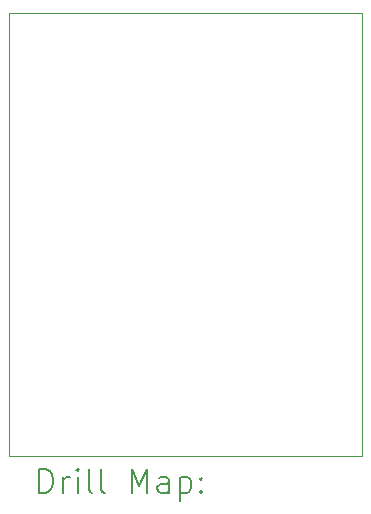
<source format=gbr>
%TF.GenerationSoftware,KiCad,Pcbnew,(6.0.9)*%
%TF.CreationDate,2022-11-19T16:27:43-05:00*%
%TF.ProjectId,EFR32MG22_module,45465233-324d-4473-9232-5f6d6f64756c,rev?*%
%TF.SameCoordinates,Original*%
%TF.FileFunction,Drillmap*%
%TF.FilePolarity,Positive*%
%FSLAX45Y45*%
G04 Gerber Fmt 4.5, Leading zero omitted, Abs format (unit mm)*
G04 Created by KiCad (PCBNEW (6.0.9)) date 2022-11-19 16:27:43*
%MOMM*%
%LPD*%
G01*
G04 APERTURE LIST*
%ADD10C,0.050000*%
%ADD11C,0.200000*%
G04 APERTURE END LIST*
D10*
X21500000Y-8000000D02*
X24490000Y-8000000D01*
X24490000Y-8000000D02*
X24490000Y-11750000D01*
X24490000Y-11750000D02*
X21500000Y-11750000D01*
X21500000Y-11750000D02*
X21500000Y-8000000D01*
D11*
X21755119Y-12062976D02*
X21755119Y-11862976D01*
X21802738Y-11862976D01*
X21831310Y-11872500D01*
X21850357Y-11891548D01*
X21859881Y-11910595D01*
X21869405Y-11948690D01*
X21869405Y-11977262D01*
X21859881Y-12015357D01*
X21850357Y-12034405D01*
X21831310Y-12053452D01*
X21802738Y-12062976D01*
X21755119Y-12062976D01*
X21955119Y-12062976D02*
X21955119Y-11929643D01*
X21955119Y-11967738D02*
X21964643Y-11948690D01*
X21974167Y-11939167D01*
X21993214Y-11929643D01*
X22012262Y-11929643D01*
X22078929Y-12062976D02*
X22078929Y-11929643D01*
X22078929Y-11862976D02*
X22069405Y-11872500D01*
X22078929Y-11882024D01*
X22088452Y-11872500D01*
X22078929Y-11862976D01*
X22078929Y-11882024D01*
X22202738Y-12062976D02*
X22183690Y-12053452D01*
X22174167Y-12034405D01*
X22174167Y-11862976D01*
X22307500Y-12062976D02*
X22288452Y-12053452D01*
X22278929Y-12034405D01*
X22278929Y-11862976D01*
X22536071Y-12062976D02*
X22536071Y-11862976D01*
X22602738Y-12005833D01*
X22669405Y-11862976D01*
X22669405Y-12062976D01*
X22850357Y-12062976D02*
X22850357Y-11958214D01*
X22840833Y-11939167D01*
X22821786Y-11929643D01*
X22783690Y-11929643D01*
X22764643Y-11939167D01*
X22850357Y-12053452D02*
X22831309Y-12062976D01*
X22783690Y-12062976D01*
X22764643Y-12053452D01*
X22755119Y-12034405D01*
X22755119Y-12015357D01*
X22764643Y-11996309D01*
X22783690Y-11986786D01*
X22831309Y-11986786D01*
X22850357Y-11977262D01*
X22945595Y-11929643D02*
X22945595Y-12129643D01*
X22945595Y-11939167D02*
X22964643Y-11929643D01*
X23002738Y-11929643D01*
X23021786Y-11939167D01*
X23031309Y-11948690D01*
X23040833Y-11967738D01*
X23040833Y-12024881D01*
X23031309Y-12043928D01*
X23021786Y-12053452D01*
X23002738Y-12062976D01*
X22964643Y-12062976D01*
X22945595Y-12053452D01*
X23126548Y-12043928D02*
X23136071Y-12053452D01*
X23126548Y-12062976D01*
X23117024Y-12053452D01*
X23126548Y-12043928D01*
X23126548Y-12062976D01*
X23126548Y-11939167D02*
X23136071Y-11948690D01*
X23126548Y-11958214D01*
X23117024Y-11948690D01*
X23126548Y-11939167D01*
X23126548Y-11958214D01*
M02*

</source>
